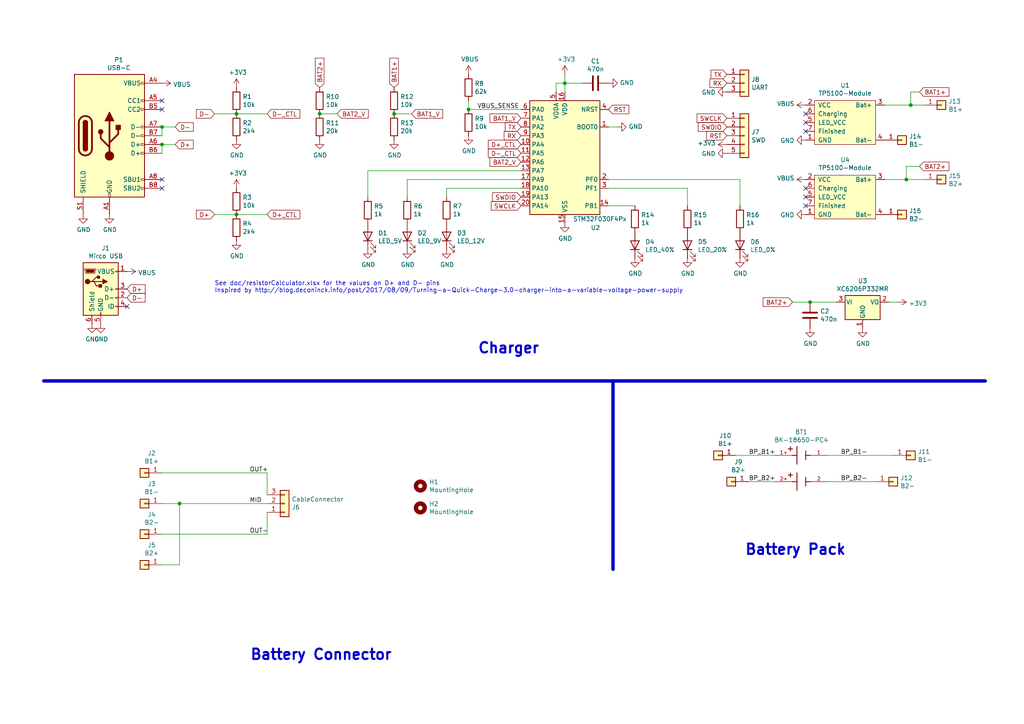
<source format=kicad_sch>
(kicad_sch (version 20250114) (generator "eeschema") (generator_version "9.0")
  (paper "A4")
  (lib_symbols
    (symbol "Connector:USB_B_Micro" (pin_names (offset 1.016))
      (property "Reference" "J" (at -5.08 11.43 0))
      (property "Value" "USB_B_Micro" (at -5.08 8.89 0))
      (symbol "USB_B_Micro_0_1"
        (rectangle (start -5.08 -7.62) (end 5.08 7.62) (stroke (width 0.254)) (fill (type background)))
        (polyline (pts (xy -4.699 5.842) (xy -4.699 5.588) (xy -4.445 4.826) (xy -4.445 4.572) (xy -1.651 4.572) (xy -1.651 4.826) (xy -1.397 5.588) (xy -1.397 5.842) (xy -4.699 5.842)))
        (polyline (pts (xy -4.318 5.588) (xy -1.778 5.588) (xy -2.032 4.826) (xy -4.064 4.826) (xy -4.318 5.588)) (fill (type outline)))
        (circle (center -3.81 2.159) (radius 0.635) (stroke (width 0.254)) (fill (type outline)))
        (polyline (pts (xy -3.175 2.159) (xy -2.54 2.159) (xy -1.27 3.429) (xy -0.635 3.429)) (stroke (width 0.254)))
        (polyline (pts (xy -2.54 2.159) (xy -1.905 2.159) (xy -1.27 0.889) (xy 0 0.889)) (stroke (width 0.254)))
        (polyline (pts (xy -1.905 2.159) (xy 0.635 2.159)) (stroke (width 0.254)))
        (circle (center -0.635 3.429) (radius 0.381) (stroke (width 0.254)) (fill (type outline)))
        (rectangle (start -0.127 -7.62) (end 0.127 -6.858))
        (rectangle (start 0.254 1.27) (end -0.508 0.508) (stroke (width 0.254)) (fill (type outline)))
        (polyline (pts (xy 0.635 2.794) (xy 0.635 1.524) (xy 1.905 2.159) (xy 0.635 2.794)) (stroke (width 0.254)) (fill (type outline)))
        (rectangle (start 5.08 4.953) (end 4.318 5.207))
        (rectangle (start 5.08 -0.127) (end 4.318 0.127))
        (rectangle (start 5.08 -2.667) (end 4.318 -2.413))
        (rectangle (start 5.08 -5.207) (end 4.318 -4.953))
      )
      (symbol "USB_B_Micro_1_1"
        (pin passive line (at -2.54 -10.16 90) (length 2.54) (name "Shield") (number "6"))
        (pin power_out line (at 0 -10.16 90) (length 2.54) (name "GND") (number "5"))
        (pin power_out line (at 7.62 5.08 180) (length 2.54) (name "VBUS") (number "1"))
        (pin bidirectional line (at 7.62 0 180) (length 2.54) (name "D+") (number "3"))
        (pin bidirectional line (at 7.62 -2.54 180) (length 2.54) (name "D-") (number "2"))
        (pin passive line (at 7.62 -5.08 180) (length 2.54) (name "ID") (number "4"))
      )
    )
    (symbol "Connector:USB_C_Receptacle_USB2.0" (pin_names (offset 1.016))
      (property "Reference" "J" (at -10.16 19.05 0))
      (property "Value" "USB_C_Receptacle_USB2.0" (at 19.05 19.05 0))
      (symbol "USB_C_Receptacle_USB2.0_0_0"
        (rectangle (start -0.254 -17.78) (end 0.254 -16.764))
        (rectangle (start 10.16 15.494) (end 9.144 14.986))
        (rectangle (start 10.16 10.414) (end 9.144 9.906))
        (rectangle (start 10.16 7.874) (end 9.144 7.366))
        (rectangle (start 10.16 2.794) (end 9.144 2.286))
        (rectangle (start 10.16 0.254) (end 9.144 -0.254))
        (rectangle (start 10.16 -2.286) (end 9.144 -2.794))
        (rectangle (start 10.16 -4.826) (end 9.144 -5.334))
        (rectangle (start 10.16 -12.446) (end 9.144 -12.954))
        (rectangle (start 10.16 -14.986) (end 9.144 -15.494))
      )
      (symbol "USB_C_Receptacle_USB2.0_0_1"
        (rectangle (start -10.16 17.78) (end 10.16 -17.78) (stroke (width 0.254)) (fill (type background)))
        (polyline (pts (xy -8.89 -3.81) (xy -8.89 3.81)) (stroke (width 0.508)))
        (rectangle (start -7.62 -3.81) (end -6.35 3.81) (stroke (width 0.254)) (fill (type outline)))
        (arc (start -7.62 3.81) (mid -6.985 4.4423) (end -6.35 3.81) (stroke (width 0.254)))
        (arc (start -7.62 3.81) (mid -6.985 4.4423) (end -6.35 3.81) (stroke (width 0.254)) (fill (type outline)))
        (arc (start -8.89 3.81) (mid -6.985 5.7067) (end -5.08 3.81) (stroke (width 0.508)))
        (arc (start -5.08 -3.81) (mid -6.985 -5.7067) (end -8.89 -3.81) (stroke (width 0.508)))
        (arc (start -6.35 -3.81) (mid -6.985 -4.4423) (end -7.62 -3.81) (stroke (width 0.254)))
        (arc (start -6.35 -3.81) (mid -6.985 -4.4423) (end -7.62 -3.81) (stroke (width 0.254)) (fill (type outline)))
        (polyline (pts (xy -5.08 3.81) (xy -5.08 -3.81)) (stroke (width 0.508)))
        (circle (center -2.54 1.143) (radius 0.635) (stroke (width 0.254)) (fill (type outline)))
        (polyline (pts (xy -1.27 4.318) (xy 0 6.858) (xy 1.27 4.318) (xy -1.27 4.318)) (stroke (width 0.254)) (fill (type outline)))
        (polyline (pts (xy 0 -2.032) (xy 2.54 0.508) (xy 2.54 1.778)) (stroke (width 0.508)))
        (polyline (pts (xy 0 -3.302) (xy -2.54 -0.762) (xy -2.54 0.508)) (stroke (width 0.508)))
        (polyline (pts (xy 0 -5.842) (xy 0 4.318)) (stroke (width 0.508)))
        (circle (center 0 -5.842) (radius 1.27) (fill (type outline)))
        (rectangle (start 1.905 1.778) (end 3.175 3.048) (stroke (width 0.254)) (fill (type outline)))
      )
      (symbol "USB_C_Receptacle_USB2.0_1_1"
        (pin passive line (at -7.62 -22.86 90) (length 5.08) (name "SHIELD") (number "S1"))
        (pin passive line (at 0 -22.86 90) (length 5.08) (name "GND") (number "A1"))
        (pin passive line (at 0 -22.86 90) (length 5.08) (hide yes) (name "GND") (number "A12"))
        (pin passive line (at 0 -22.86 90) (length 5.08) (hide yes) (name "GND") (number "B1"))
        (pin passive line (at 0 -22.86 90) (length 5.08) (hide yes) (name "GND") (number "B12"))
        (pin passive line (at 15.24 15.24 180) (length 5.08) (name "VBUS") (number "A4"))
        (pin passive line (at 15.24 15.24 180) (length 5.08) (hide yes) (name "VBUS") (number "A9"))
        (pin passive line (at 15.24 15.24 180) (length 5.08) (hide yes) (name "VBUS") (number "B4"))
        (pin passive line (at 15.24 15.24 180) (length 5.08) (hide yes) (name "VBUS") (number "B9"))
        (pin bidirectional line (at 15.24 10.16 180) (length 5.08) (name "CC1") (number "A5"))
        (pin bidirectional line (at 15.24 7.62 180) (length 5.08) (name "CC2") (number "B5"))
        (pin bidirectional line (at 15.24 2.54 180) (length 5.08) (name "D-") (number "A7"))
        (pin bidirectional line (at 15.24 0 180) (length 5.08) (name "D-") (number "B7"))
        (pin bidirectional line (at 15.24 -2.54 180) (length 5.08) (name "D+") (number "A6"))
        (pin bidirectional line (at 15.24 -5.08 180) (length 5.08) (name "D+") (number "B6"))
        (pin bidirectional line (at 15.24 -12.7 180) (length 5.08) (name "SBU1") (number "A8"))
        (pin bidirectional line (at 15.24 -15.24 180) (length 5.08) (name "SBU2") (number "B8"))
      )
    )
    (symbol "Connector_Generic:Conn_01x01" (pin_names (offset 1.016) (hide yes))
      (property "Reference" "J" (at 0 2.54 0))
      (property "Value" "Conn_01x01" (at 0 -2.54 0))
      (symbol "Conn_01x01_1_1"
        (rectangle (start -1.27 1.27) (end 1.27 -1.27) (stroke (width 0.254)) (fill (type background)))
        (rectangle (start -1.27 0.127) (end 0 -0.127) (stroke (width 0.1524)))
        (pin passive line (at -5.08 0 0) (length 3.81) (name "Pin_1") (number "1"))
      )
    )
    (symbol "Connector_Generic:Conn_01x03" (pin_names (offset 1.016) (hide yes))
      (property "Reference" "J" (at 0 5.08 0))
      (property "Value" "Conn_01x03" (at 0 -5.08 0))
      (symbol "Conn_01x03_1_1"
        (rectangle (start -1.27 3.81) (end 1.27 -3.81) (stroke (width 0.254)) (fill (type background)))
        (rectangle (start -1.27 2.667) (end 0 2.413) (stroke (width 0.1524)))
        (rectangle (start -1.27 0.127) (end 0 -0.127) (stroke (width 0.1524)))
        (rectangle (start -1.27 -2.413) (end 0 -2.667) (stroke (width 0.1524)))
        (pin passive line (at -5.08 2.54 0) (length 3.81) (name "Pin_1") (number "1"))
        (pin passive line (at -5.08 0 0) (length 3.81) (name "Pin_2") (number "2"))
        (pin passive line (at -5.08 -2.54 0) (length 3.81) (name "Pin_3") (number "3"))
      )
    )
    (symbol "Connector_Generic:Conn_01x05" (pin_names (offset 1.016) (hide yes))
      (property "Reference" "J" (at 0 7.62 0))
      (property "Value" "Conn_01x05" (at 0 -7.62 0))
      (symbol "Conn_01x05_1_1"
        (rectangle (start -1.27 6.35) (end 1.27 -6.35) (stroke (width 0.254)) (fill (type background)))
        (rectangle (start -1.27 5.207) (end 0 4.953) (stroke (width 0.1524)))
        (rectangle (start -1.27 2.667) (end 0 2.413) (stroke (width 0.1524)))
        (rectangle (start -1.27 0.127) (end 0 -0.127) (stroke (width 0.1524)))
        (rectangle (start -1.27 -2.413) (end 0 -2.667) (stroke (width 0.1524)))
        (rectangle (start -1.27 -4.953) (end 0 -5.207) (stroke (width 0.1524)))
        (pin passive line (at -5.08 5.08 0) (length 3.81) (name "Pin_1") (number "1"))
        (pin passive line (at -5.08 2.54 0) (length 3.81) (name "Pin_2") (number "2"))
        (pin passive line (at -5.08 0 0) (length 3.81) (name "Pin_3") (number "3"))
        (pin passive line (at -5.08 -2.54 0) (length 3.81) (name "Pin_4") (number "4"))
        (pin passive line (at -5.08 -5.08 0) (length 3.81) (name "Pin_5") (number "5"))
      )
    )
    (symbol "Device:C" (pin_numbers (hide yes)) (pin_names (offset 0.254))
      (property "Reference" "C" (at 0.635 2.54 0))
      (property "Value" "C" (at 0.635 -2.54 0))
      (symbol "C_0_1"
        (polyline (pts (xy -2.032 0.762) (xy 2.032 0.762)) (stroke (width 0.508)))
        (polyline (pts (xy -2.032 -0.762) (xy 2.032 -0.762)) (stroke (width 0.508)))
      )
      (symbol "C_1_1"
        (pin passive line (at 0 3.81 270) (length 2.794) (name "~") (number "1"))
        (pin passive line (at 0 -3.81 90) (length 2.794) (name "~") (number "2"))
      )
    )
    (symbol "Device:LED" (pin_numbers (hide yes)) (pin_names (offset 1.016) (hide yes))
      (property "Reference" "D" (at 0 2.54 0))
      (property "Value" "LED" (at 0 -2.54 0))
      (symbol "LED_0_1"
        (polyline (pts (xy -3.048 -0.762) (xy -4.572 -2.286) (xy -3.81 -2.286) (xy -4.572 -2.286) (xy -4.572 -1.524)))
        (polyline (pts (xy -1.778 -0.762) (xy -3.302 -2.286) (xy -2.54 -2.286) (xy -3.302 -2.286) (xy -3.302 -1.524)))
        (polyline (pts (xy -1.27 0) (xy 1.27 0)))
        (polyline (pts (xy -1.27 -1.27) (xy -1.27 1.27)) (stroke (width 0.254)))
        (polyline (pts (xy 1.27 -1.27) (xy 1.27 1.27) (xy -1.27 0) (xy 1.27 -1.27)) (stroke (width 0.254)))
      )
      (symbol "LED_1_1"
        (pin passive line (at -3.81 0 0) (length 2.54) (name "K") (number "1"))
        (pin passive line (at 3.81 0 180) (length 2.54) (name "A") (number "2"))
      )
    )
    (symbol "Device:R" (pin_numbers (hide yes)) (pin_names (offset 0))
      (property "Reference" "R" (at 2.032 0 90))
      (property "Value" "R" (at 0 0 90))
      (symbol "R_0_1"
        (rectangle (start -1.016 -2.54) (end 1.016 2.54) (stroke (width 0.254)))
      )
      (symbol "R_1_1"
        (pin passive line (at 0 3.81 270) (length 1.27) (name "~") (number "1"))
        (pin passive line (at 0 -3.81 90) (length 1.27) (name "~") (number "2"))
      )
    )
    (symbol "MCU_ST_STM32F0:STM32F030F4Px"
      (property "Reference" "U" (at -10.16 16.51 0))
      (property "Value" "STM32F030F4Px" (at 5.08 16.51 0))
      (symbol "STM32F030F4Px_0_1"
        (rectangle (start -10.16 -17.78) (end 10.16 15.24) (stroke (width 0.254)) (fill (type background)))
      )
      (symbol "STM32F030F4Px_1_1"
        (pin input line (at -12.7 12.7 0) (length 2.54) (name "NRST") (number "4"))
        (pin input line (at -12.7 7.62 0) (length 2.54) (name "BOOT0") (number "1"))
        (pin input line (at -12.7 -7.62 0) (length 2.54) (name "PF0") (number "2"))
        (pin input line (at -12.7 -10.16 0) (length 2.54) (name "PF1") (number "3"))
        (pin bidirectional line (at -12.7 -15.24 0) (length 2.54) (name "PB1") (number "14"))
        (pin power_in line (at 0 17.78 270) (length 2.54) (name "VDD") (number "16"))
        (pin power_in line (at 0 -20.32 90) (length 2.54) (name "VSS") (number "15"))
        (pin power_in line (at 2.54 17.78 270) (length 2.54) (name "VDDA") (number "5"))
        (pin bidirectional line (at 12.7 12.7 180) (length 2.54) (name "PA0") (number "6"))
        (pin bidirectional line (at 12.7 10.16 180) (length 2.54) (name "PA1") (number "7"))
        (pin bidirectional line (at 12.7 7.62 180) (length 2.54) (name "PA2") (number "8"))
        (pin bidirectional line (at 12.7 5.08 180) (length 2.54) (name "PA3") (number "9"))
        (pin bidirectional line (at 12.7 2.54 180) (length 2.54) (name "PA4") (number "10"))
        (pin bidirectional line (at 12.7 0 180) (length 2.54) (name "PA5") (number "11"))
        (pin bidirectional line (at 12.7 -2.54 180) (length 2.54) (name "PA6") (number "12"))
        (pin bidirectional line (at 12.7 -5.08 180) (length 2.54) (name "PA7") (number "13"))
        (pin bidirectional line (at 12.7 -7.62 180) (length 2.54) (name "PA9") (number "17"))
        (pin bidirectional line (at 12.7 -10.16 180) (length 2.54) (name "PA10") (number "18"))
        (pin bidirectional line (at 12.7 -12.7 180) (length 2.54) (name "PA13") (number "19"))
        (pin bidirectional line (at 12.7 -15.24 180) (length 2.54) (name "PA14") (number "20"))
      )
    )
    (symbol "Mechanical:MountingHole" (pin_names (offset 1.016))
      (property "Reference" "H" (at 0 5.08 0))
      (property "Value" "MountingHole" (at 0 3.175 0))
      (symbol "MountingHole_0_1"
        (circle (center 0 0) (radius 1.27) (stroke (width 1.27)))
      )
    )
    (symbol "Regulator_Linear:XC6206PxxxMR" (pin_names (offset 0.254))
      (property "Reference" "U" (at -3.81 3.175 0))
      (property "Value" "XC6206PxxxMR" (at 0 3.175 0))
      (symbol "XC6206PxxxMR_0_1"
        (rectangle (start -5.08 1.905) (end 5.08 -5.08) (stroke (width 0.254)) (fill (type background)))
      )
      (symbol "XC6206PxxxMR_1_1"
        (pin power_in line (at -7.62 0 0) (length 2.54) (name "VI") (number "3"))
        (pin power_in line (at 0 -7.62 90) (length 2.54) (name "GND") (number "1"))
        (pin power_out line (at 7.62 0 180) (length 2.54) (name "VO") (number "2"))
      )
    )
    (symbol "batteryPack:BK-18650-PC4" (pin_names (offset 1.016) (hide yes))
      (property "Reference" "BT" (at -3.81 6.35 0))
      (property "Value" "BK-18650-PC4" (at -3.81 -10.16 0))
      (symbol "BK-18650-PC4_0_0"
        (polyline (pts (xy -3.81 4.445) (xy -2.54 4.445)) (stroke (width 0.254)))
        (polyline (pts (xy -3.81 -3.175) (xy -2.54 -3.175)) (stroke (width 0.254)))
        (polyline (pts (xy -3.175 5.08) (xy -3.175 3.81)) (stroke (width 0.254)))
        (polyline (pts (xy -3.175 -2.54) (xy -3.175 -3.81)) (stroke (width 0.254)))
        (polyline (pts (xy -1.27 5.08) (xy -1.27 2.54)) (stroke (width 0.254)))
        (polyline (pts (xy -1.27 2.54) (xy -2.54 2.54)) (stroke (width 0.254)))
        (polyline (pts (xy -1.27 2.54) (xy -1.27 0)) (stroke (width 0.254)))
        (polyline (pts (xy -1.27 -2.54) (xy -1.27 -5.08)) (stroke (width 0.254)))
        (polyline (pts (xy -1.27 -5.08) (xy -2.54 -5.08)) (stroke (width 0.254)))
        (polyline (pts (xy -1.27 -5.08) (xy -1.27 -7.62)) (stroke (width 0.254)))
        (polyline (pts (xy 1.27 3.81) (xy 1.27 2.54)) (stroke (width 0.254)))
        (polyline (pts (xy 1.27 2.54) (xy 1.27 1.27)) (stroke (width 0.254)))
        (polyline (pts (xy 1.27 2.54) (xy 2.54 2.54)) (stroke (width 0.254)))
        (polyline (pts (xy 1.27 -3.81) (xy 1.27 -5.08)) (stroke (width 0.254)))
        (polyline (pts (xy 1.27 -5.08) (xy 1.27 -6.35)) (stroke (width 0.254)))
        (polyline (pts (xy 1.27 -5.08) (xy 2.54 -5.08)) (stroke (width 0.254)))
        (pin passive line (at -7.62 2.54 0) (length 5.08) (name "1+") (number "1+"))
        (pin passive line (at -7.62 -5.08 0) (length 5.08) (name "2+") (number "2+"))
        (pin passive line (at 7.62 2.54 180) (length 5.08) (name "1-") (number "1"))
        (pin passive line (at 7.62 -5.08 180) (length 5.08) (name "2-") (number "2"))
      )
    )
    (symbol "batteryPack:TP5100-Module" (pin_names (offset 1.016))
      (property "Reference" "U" (at 0 7.62 0))
      (property "Value" "TP5100-Module" (at 0 -7.62 0))
      (symbol "TP5100-Module_0_1"
        (rectangle (start 8.89 6.35) (end -8.89 -6.35) (fill (type background)))
      )
      (symbol "TP5100-Module_1_0"
        (pin power_out line (at 11.43 -5.08 180) (length 2.54) (name "Bat-") (number "4"))
      )
      (symbol "TP5100-Module_1_1"
        (pin power_in line (at -11.43 5.08 0) (length 2.54) (name "VCC") (number "2"))
        (pin open_collector line (at -11.43 2.54 0) (length 2.54) (name "Charging") (number "6"))
        (pin output line (at -11.43 0 0) (length 2.54) (name "LED_VCC") (number "5"))
        (pin open_collector line (at -11.43 -2.54 0) (length 2.54) (name "Finished") (number "7"))
        (pin power_in line (at -11.43 -5.08 0) (length 2.54) (name "GND") (number "1"))
        (pin power_out line (at 11.43 5.08 180) (length 2.54) (name "Bat+") (number "3"))
      )
    )
    (symbol "power:+3V3" (power) (pin_names (offset 0))
      (property "Value" "+3V3" (at 0 3.556 0))
      (symbol "+3V3_0_1"
        (polyline (pts (xy -0.762 1.27) (xy 0 2.54)))
        (polyline (pts (xy 0 2.54) (xy 0.762 1.27)))
        (polyline (pts (xy 0 0) (xy 0 2.54)))
      )
      (symbol "+3V3_1_1"
        (pin power_in line (at 0 0 90) (length 0) (hide yes) (name "+3V3") (number "1"))
      )
    )
    (symbol "power:GND" (power) (pin_names (offset 0))
      (property "Value" "GND" (at 0 -3.81 0))
      (symbol "GND_0_1"
        (polyline (pts (xy 0 0) (xy 0 -1.27) (xy 1.27 -1.27) (xy 0 -2.54) (xy -1.27 -1.27) (xy 0 -1.27)))
      )
      (symbol "GND_1_1"
        (pin power_in line (at 0 0 270) (length 0) (hide yes) (name "GND") (number "1"))
      )
    )
    (symbol "power:VBUS" (power) (pin_names (offset 0))
      (property "Value" "VBUS" (at 0 3.81 0))
      (symbol "VBUS_0_1"
        (polyline (pts (xy -0.762 1.27) (xy 0 2.54)))
        (polyline (pts (xy 0 2.54) (xy 0.762 1.27)))
        (polyline (pts (xy 0 0) (xy 0 2.54)))
      )
      (symbol "VBUS_1_1"
        (pin power_in line (at 0 0 90) (length 0) (hide yes) (name "VBUS") (number "1"))
      )
    )
  )
  (text "See doc/resistorCalculator.xlsx for the values on D+ and D- pins\nInspired by http://blog.deconinck.info/post/2017/08/09/Turning-a-Quick-Charge-3.0-charger-into-a-variable-voltage-power-supply" (at 62.23 85.09 0) (effects (font (size 1.27 1.27)) (justify left bottom)))
  (text "Battery Pack" (at 215.9 161.29 0) (effects (font (size 2.9972 2.9972) (thickness 0.5994) (bold yes)) (justify left bottom)))
  (text "Charger" (at 138.43 102.87 0) (effects (font (size 2.9972 2.9972) (thickness 0.5994) (bold yes)) (justify left bottom)))
  (text "Battery Connector" (at 72.39 191.77 0) (effects (font (size 2.9972 2.9972) (thickness 0.5994) (bold yes)) (justify left bottom)))
  (junction (at 114.3 33.02))
  (junction (at 262.89 52.07))
  (junction (at 234.95 87.63))
  (junction (at 46.99 36.83))
  (junction (at 92.71 33.02))
  (junction (at 46.99 41.91))
  (junction (at 52.07 146.05))
  (junction (at 68.58 62.23))
  (junction (at 68.58 33.02))
  (junction (at 163.83 24.13))
  (junction (at 264.16 30.48))
  (junction (at 135.89 31.75))
  (no_connect (at 46.99 52.07))
  (no_connect (at 233.68 35.56))
  (no_connect (at 233.68 38.1))
  (no_connect (at 233.68 33.02))
  (no_connect (at 233.68 54.61))
  (no_connect (at 46.99 54.61))
  (no_connect (at 46.99 31.75))
  (no_connect (at 46.99 29.21))
  (no_connect (at 233.68 59.69))
  (no_connect (at 233.68 57.15))
  (no_connect (at 36.83 88.9))
  (wire (pts (xy 266.7 48.26) (xy 262.89 48.26)))
  (wire (pts (xy 163.83 26.67) (xy 163.83 24.13)))
  (wire (pts (xy 106.68 49.53) (xy 106.68 57.15)))
  (wire (pts (xy 176.53 52.07) (xy 214.63 52.07)))
  (wire (pts (xy 151.13 49.53) (xy 106.68 49.53)))
  (wire (pts (xy 151.13 52.07) (xy 118.11 52.07)))
  (wire (pts (xy 46.99 154.94) (xy 77.47 154.94)))
  (wire (pts (xy 46.99 44.45) (xy 46.99 41.91)))
  (wire (pts (xy 46.99 39.37) (xy 46.99 36.83)))
  (wire (pts (xy 199.39 54.61) (xy 199.39 59.69)))
  (wire (pts (xy 163.83 21.59) (xy 163.83 24.13)))
  (wire (pts (xy 267.97 30.48) (xy 264.16 30.48)))
  (wire (pts (xy 262.89 48.26) (xy 262.89 52.07)))
  (wire (pts (xy 46.99 146.05) (xy 52.07 146.05)))
  (wire (pts (xy 163.83 24.13) (xy 161.29 24.13)))
  (wire (pts (xy 234.95 87.63) (xy 229.87 87.63)))
  (wire (pts (xy 224.79 139.7) (xy 217.17 139.7)))
  (wire (pts (xy 119.38 33.02) (xy 114.3 33.02)))
  (wire (pts (xy 118.11 52.07) (xy 118.11 57.15)))
  (wire (pts (xy 184.15 59.69) (xy 176.53 59.69)))
  (wire (pts (xy 97.79 33.02) (xy 92.71 33.02)))
  (wire (pts (xy 77.47 148.59) (xy 77.47 154.94)))
  (wire (pts (xy 77.47 146.05) (xy 52.07 146.05)))
  (wire (pts (xy 224.79 132.08) (xy 213.36 132.08)))
  (wire (pts (xy 68.58 62.23) (xy 77.47 62.23)))
  (wire (pts (xy 262.89 52.07) (xy 256.54 52.07)))
  (wire (pts (xy 242.57 87.63) (xy 234.95 87.63)))
  (wire (pts (xy 50.8 41.91) (xy 46.99 41.91)))
  (wire (pts (xy 214.63 52.07) (xy 214.63 59.69)))
  (wire (pts (xy 259.08 132.08) (xy 240.03 132.08)))
  (wire (pts (xy 77.47 137.16) (xy 77.47 143.51)))
  (wire (pts (xy 68.58 33.02) (xy 77.47 33.02)))
  (polyline (pts (xy 177.8 165.1) (xy 177.8 110.49)) (stroke (width 0.9906)))
  (wire (pts (xy 52.07 163.83) (xy 46.99 163.83)))
  (polyline (pts (xy 12.7 110.49) (xy 285.75 110.49)) (stroke (width 0.9906)))
  (wire (pts (xy 260.35 87.63) (xy 257.81 87.63)))
  (wire (pts (xy 264.16 26.67) (xy 264.16 30.48)))
  (wire (pts (xy 161.29 24.13) (xy 161.29 26.67)))
  (wire (pts (xy 135.89 31.75) (xy 151.13 31.75)))
  (wire (pts (xy 267.97 52.07) (xy 262.89 52.07)))
  (wire (pts (xy 168.91 24.13) (xy 163.83 24.13)))
  (wire (pts (xy 254 139.7) (xy 240.03 139.7)))
  (wire (pts (xy 179.07 36.83) (xy 176.53 36.83)))
  (wire (pts (xy 50.8 36.83) (xy 46.99 36.83)))
  (wire (pts (xy 266.7 26.67) (xy 264.16 26.67)))
  (wire (pts (xy 135.89 29.21) (xy 135.89 31.75)))
  (wire (pts (xy 52.07 146.05) (xy 52.07 163.83)))
  (wire (pts (xy 129.54 54.61) (xy 129.54 57.15)))
  (wire (pts (xy 151.13 54.61) (xy 129.54 54.61)))
  (wire (pts (xy 68.58 62.23) (xy 62.23 62.23)))
  (wire (pts (xy 264.16 30.48) (xy 256.54 30.48)))
  (wire (pts (xy 46.99 137.16) (xy 77.47 137.16)))
  (wire (pts (xy 176.53 54.61) (xy 199.39 54.61)))
  (wire (pts (xy 68.58 33.02) (xy 62.23 33.02)))
  (label "MID" (at 72.39 146.05 0))
  (label "OUT-" (at 72.39 154.94 0))
  (label "OUT+" (at 72.39 137.16 0))
  (label "BP_B1-" (at 243.84 132.08 0))
  (label "BP_B1+" (at 217.17 132.08 0))
  (label "BP_B2+" (at 217.17 139.7 0))
  (label "BP_B2-" (at 243.84 139.7 0))
  (label "VBUS_SENSE" (at 138.43 31.75 0))
  (global_label "BAT2+" (shape input) (at 92.71 25.4 90) (property "Intersheetrefs" "${INTERSHEET_REFS}" (effects (hide yes))) (property "Referencias entre hojas" "${INTERSHEET_REFS}" (effects (hide yes))))
  (global_label "D-" (shape input) (at 62.23 33.02 180) (property "Intersheetrefs" "${INTERSHEET_REFS}" (effects (hide yes))) (property "Referencias entre hojas" "${INTERSHEET_REFS}" (effects (hide yes))))
  (global_label "D-" (shape input) (at 36.83 86.36 0) (property "Intersheetrefs" "${INTERSHEET_REFS}" (effects (hide yes))) (property "Referencias entre hojas" "${INTERSHEET_REFS}" (effects (hide yes))))
  (global_label "D-_CTL" (shape input) (at 77.47 33.02 0) (property "Intersheetrefs" "${INTERSHEET_REFS}" (effects (hide yes))) (property "Referencias entre hojas" "${INTERSHEET_REFS}" (effects (hide yes))))
  (global_label "BAT2+" (shape input) (at 266.7 48.26 0) (property "Intersheetrefs" "${INTERSHEET_REFS}" (effects (hide yes))) (property "Referencias entre hojas" "${INTERSHEET_REFS}" (effects (hide yes))))
  (global_label "BAT2_V" (shape input) (at 97.79 33.02 0) (property "Intersheetrefs" "${INTERSHEET_REFS}" (effects (hide yes))) (property "Referencias entre hojas" "${INTERSHEET_REFS}" (effects (hide yes))))
  (global_label "D+" (shape input) (at 62.23 62.23 180) (property "Intersheetrefs" "${INTERSHEET_REFS}" (effects (hide yes))) (property "Referencias entre hojas" "${INTERSHEET_REFS}" (effects (hide yes))))
  (global_label "D+" (shape input) (at 36.83 83.82 0) (property "Intersheetrefs" "${INTERSHEET_REFS}" (effects (hide yes))) (property "Referencias entre hojas" "${INTERSHEET_REFS}" (effects (hide yes))))
  (global_label "SWCLK" (shape input) (at 151.13 59.69 180) (property "Intersheetrefs" "${INTERSHEET_REFS}" (effects (hide yes))) (property "Referencias entre hojas" "${INTERSHEET_REFS}" (effects (hide yes))))
  (global_label "SWDIO" (shape input) (at 210.82 36.83 180) (property "Intersheetrefs" "${INTERSHEET_REFS}" (effects (hide yes))) (property "Referencias entre hojas" "${INTERSHEET_REFS}" (effects (hide yes))))
  (global_label "SWCLK" (shape input) (at 210.82 34.29 180) (property "Intersheetrefs" "${INTERSHEET_REFS}" (effects (hide yes))) (property "Referencias entre hojas" "${INTERSHEET_REFS}" (effects (hide yes))))
  (global_label "BAT2_V" (shape input) (at 151.13 46.99 180) (property "Intersheetrefs" "${INTERSHEET_REFS}" (effects (hide yes))) (property "Referencias entre hojas" "${INTERSHEET_REFS}" (effects (hide yes))))
  (global_label "D+_CTL" (shape input) (at 77.47 62.23 0) (property "Intersheetrefs" "${INTERSHEET_REFS}" (effects (hide yes))) (property "Referencias entre hojas" "${INTERSHEET_REFS}" (effects (hide yes))))
  (global_label "RX" (shape input) (at 151.13 39.37 180) (property "Intersheetrefs" "${INTERSHEET_REFS}" (effects (hide yes))) (property "Referencias entre hojas" "${INTERSHEET_REFS}" (effects (hide yes))))
  (global_label "BAT1_V" (shape input) (at 119.38 33.02 0) (property "Intersheetrefs" "${INTERSHEET_REFS}" (effects (hide yes))) (property "Referencias entre hojas" "${INTERSHEET_REFS}" (effects (hide yes))))
  (global_label "TX" (shape input) (at 151.13 36.83 180) (property "Intersheetrefs" "${INTERSHEET_REFS}" (effects (hide yes))) (property "Referencias entre hojas" "${INTERSHEET_REFS}" (effects (hide yes))))
  (global_label "TX" (shape input) (at 210.82 21.59 180) (property "Intersheetrefs" "${INTERSHEET_REFS}" (effects (hide yes))) (property "Referencias entre hojas" "${INTERSHEET_REFS}" (effects (hide yes))))
  (global_label "SWDIO" (shape input) (at 151.13 57.15 180) (property "Intersheetrefs" "${INTERSHEET_REFS}" (effects (hide yes))) (property "Referencias entre hojas" "${INTERSHEET_REFS}" (effects (hide yes))))
  (global_label "D+_CTL" (shape input) (at 151.13 41.91 180) (property "Intersheetrefs" "${INTERSHEET_REFS}" (effects (hide yes))) (property "Referencias entre hojas" "${INTERSHEET_REFS}" (effects (hide yes))))
  (global_label "BAT1+" (shape input) (at 114.3 25.4 90) (property "Intersheetrefs" "${INTERSHEET_REFS}" (effects (hide yes))) (property "Referencias entre hojas" "${INTERSHEET_REFS}" (effects (hide yes))))
  (global_label "RST" (shape input) (at 210.82 39.37 180) (property "Intersheetrefs" "${INTERSHEET_REFS}" (effects (hide yes))) (property "Referencias entre hojas" "${INTERSHEET_REFS}" (effects (hide yes))))
  (global_label "D-_CTL" (shape input) (at 151.13 44.45 180) (property "Intersheetrefs" "${INTERSHEET_REFS}" (effects (hide yes))) (property "Referencias entre hojas" "${INTERSHEET_REFS}" (effects (hide yes))))
  (global_label "BAT1_V" (shape input) (at 151.13 34.29 180) (property "Intersheetrefs" "${INTERSHEET_REFS}" (effects (hide yes))) (property "Referencias entre hojas" "${INTERSHEET_REFS}" (effects (hide yes))))
  (global_label "D-" (shape input) (at 50.8 36.83 0) (property "Intersheetrefs" "${INTERSHEET_REFS}" (effects (hide yes))) (property "Referencias entre hojas" "${INTERSHEET_REFS}" (effects (hide yes))))
  (global_label "BAT1+" (shape input) (at 266.7 26.67 0) (property "Intersheetrefs" "${INTERSHEET_REFS}" (effects (hide yes))) (property "Referencias entre hojas" "${INTERSHEET_REFS}" (effects (hide yes))))
  (global_label "D+" (shape input) (at 50.8 41.91 0) (property "Intersheetrefs" "${INTERSHEET_REFS}" (effects (hide yes))) (property "Referencias entre hojas" "${INTERSHEET_REFS}" (effects (hide yes))))
  (global_label "RST" (shape input) (at 176.53 31.75 0) (property "Intersheetrefs" "${INTERSHEET_REFS}" (effects (hide yes))) (property "Referencias entre hojas" "${INTERSHEET_REFS}" (effects (hide yes))))
  (global_label "BAT2+" (shape input) (at 229.87 87.63 180) (property "Intersheetrefs" "${INTERSHEET_REFS}" (effects (hide yes))) (property "Referencias entre hojas" "${INTERSHEET_REFS}" (effects (hide yes))))
  (global_label "RX" (shape input) (at 210.82 24.13 180) (property "Intersheetrefs" "${INTERSHEET_REFS}" (effects (hide yes))) (property "Referencias entre hojas" "${INTERSHEET_REFS}" (effects (hide yes))))
  (symbol (lib_id "batteryPack:BK-18650-PC4") (at 232.41 134.62 0) (unit 1)
    (property "Reference" "BT1" (at 232.41 125.2982 0))
    (property "Value" "BK-18650-PC4" (at 232.41 127.6096 0))
    (property "Footprint" "BAT_BK-18650-PC4" (effects (hide yes)))
    (property "Datasheet" "Manufacturer Recommendations" (effects (hide yes)))
    (property "Pole4" "21.54 mm" (effects (hide yes)))
    (property "Pole5" "K" (effects (hide yes)))
    (property "Pole6" "MPD" (effects (hide yes)))
  )
  (symbol (lib_id "batteryPack:TP5100-Module") (at 245.11 35.56 0) (unit 1)
    (property "Reference" "U1" (at 245.11 24.765 0))
    (property "Value" "TP5100-Module" (at 245.11 27.0764 0))
    (property "Footprint" "batteryPack:TP5100-Module" (effects (hide yes)))
  )
  (symbol (lib_id "Connector_Generic:Conn_01x01") (at 208.28 132.08 180) (unit 1)
    (property "Reference" "J10" (at 210.3628 126.365 0))
    (property "Value" "B1+" (at 210.3628 128.6764 0))
    (property "Footprint" "batteryPack:2mm_Banana-Socket" (effects (hide yes)))
  )
  (symbol (lib_id "Connector_Generic:Conn_01x01") (at 212.09 139.7 180) (unit 1)
    (property "Reference" "J9" (at 214.1728 133.985 0))
    (property "Value" "B2+" (at 214.1728 136.2964 0))
    (property "Footprint" "batteryPack:2mm_Banana-Socket" (effects (hide yes)))
  )
  (symbol (lib_id "Connector_Generic:Conn_01x01") (at 264.16 132.08 0) (unit 1)
    (property "Reference" "J11" (at 266.192 131.0132 0) (effects (justify left)))
    (property "Value" "B1-" (at 266.192 133.3246 0) (effects (justify left)))
    (property "Footprint" "batteryPack:2mm_Banana-Socket" (effects (hide yes)))
  )
  (symbol (lib_id "Connector_Generic:Conn_01x01") (at 259.08 139.7 0) (unit 1)
    (property "Reference" "J12" (at 261.112 138.6332 0) (effects (justify left)))
    (property "Value" "B2-" (at 261.112 140.9446 0) (effects (justify left)))
    (property "Footprint" "batteryPack:2mm_Banana-Socket" (effects (hide yes)))
  )
  (symbol (lib_id "batteryPack:TP5100-Module") (at 245.11 57.15 0) (unit 1)
    (property "Reference" "U4" (at 245.11 46.355 0))
    (property "Value" "TP5100-Module" (at 245.11 48.6664 0))
    (property "Footprint" "batteryPack:TP5100-Module" (effects (hide yes)))
  )
  (symbol (lib_id "Connector:USB_C_Receptacle_USB2.0") (at 31.75 39.37 0) (unit 1)
    (property "Reference" "P1" (at 34.4678 17.3482 0))
    (property "Value" "USB-C" (at 34.4678 19.6596 0))
    (property "Footprint" "batteryPack:USB_C_Female-16Pin-HPJF" (effects (hide yes)))
    (property "Datasheet" "https://www.usb.org/sites/default/files/documents/usb_type-c.zip" (effects (hide yes)))
  )
  (symbol (lib_id "Connector_Generic:Conn_01x01") (at 273.05 30.48 0) (unit 1)
    (property "Reference" "J13" (at 275.082 29.4132 0) (effects (justify left)))
    (property "Value" "B1+" (at 275.082 31.7246 0) (effects (justify left)))
    (property "Footprint" "batteryPack:2mm_Banana-Plug" (effects (hide yes)))
  )
  (symbol (lib_id "Connector_Generic:Conn_01x01") (at 261.62 40.64 0) (unit 1)
    (property "Reference" "J14" (at 263.652 39.5732 0) (effects (justify left)))
    (property "Value" "B1-" (at 263.652 41.8846 0) (effects (justify left)))
    (property "Footprint" "batteryPack:2mm_Banana-Plug" (effects (hide yes)))
  )
  (symbol (lib_id "Connector_Generic:Conn_01x01") (at 273.05 52.07 0) (unit 1)
    (property "Reference" "J15" (at 275.082 51.0032 0) (effects (justify left)))
    (property "Value" "B2+" (at 275.082 53.3146 0) (effects (justify left)))
    (property "Footprint" "batteryPack:2mm_Banana-Plug" (effects (hide yes)))
  )
  (symbol (lib_id "Connector_Generic:Conn_01x01") (at 261.62 62.23 0) (unit 1)
    (property "Reference" "J16" (at 263.652 61.1632 0) (effects (justify left)))
    (property "Value" "B2-" (at 263.652 63.4746 0) (effects (justify left)))
    (property "Footprint" "batteryPack:2mm_Banana-Plug" (effects (hide yes)))
  )
  (symbol (lib_id "MCU_ST_STM32F0:STM32F030F4Px") (at 163.83 44.45 0) (mirror y) (unit 1)
    (property "Reference" "U2" (at 172.72 66.04 0))
    (property "Value" "STM32F030F4Px" (at 173.99 63.5 0))
    (property "Footprint" "Package_SO:TSSOP-20_4.4x6.5mm_P0.65mm" (effects (hide yes)))
    (property "Datasheet" "http://www.st.com/st-web-ui/static/active/en/resource/technical/document/datasheet/DM00088500.pdf" (effects (hide yes)))
  )
  (symbol (lib_id "power:GND") (at 31.75 62.23 0) (unit 1)
    (property "Reference" "#PWR0101" (effects (hide yes)))
    (property "Value" "GND" (at 31.877 66.6242 0))
  )
  (symbol (lib_id "power:GND") (at 233.68 62.23 270) (unit 1)
    (property "Reference" "#PWR0102" (effects (hide yes)))
    (property "Value" "GND" (at 230.4288 62.357 90) (effects (justify right)))
  )
  (symbol (lib_id "power:GND") (at 233.68 40.64 270) (unit 1)
    (property "Reference" "#PWR0103" (effects (hide yes)))
    (property "Value" "GND" (at 230.4288 40.767 90) (effects (justify right)))
  )
  (symbol (lib_id "power:VBUS") (at 233.68 30.48 90) (unit 1)
    (property "Reference" "#PWR0104" (effects (hide yes)))
    (property "Value" "VBUS" (at 230.4542 30.099 90) (effects (justify left)))
  )
  (symbol (lib_id "power:VBUS") (at 233.68 52.07 90) (unit 1)
    (property "Reference" "#PWR0105" (effects (hide yes)))
    (property "Value" "VBUS" (at 230.4542 51.689 90) (effects (justify left)))
  )
  (symbol (lib_id "power:VBUS") (at 46.99 24.13 270) (unit 1)
    (property "Reference" "#PWR0106" (effects (hide yes)))
    (property "Value" "VBUS" (at 50.2412 24.511 90) (effects (justify left)))
  )
  (symbol (lib_id "Connector:USB_B_Micro") (at 29.21 83.82 0) (unit 1)
    (property "Reference" "J1" (at 30.6578 71.9582 0))
    (property "Value" "Mirco USB" (at 30.6578 74.2696 0))
    (property "Footprint" "Connector_USB:USB_Micro-B_Wuerth_629105150521_CircularHoles" (effects (hide yes)))
  )
  (symbol (lib_id "power:GND") (at 24.13 62.23 0) (unit 1)
    (property "Reference" "#PWR0107" (effects (hide yes)))
    (property "Value" "GND" (at 24.257 66.6242 0))
  )
  (symbol (lib_id "power:GND") (at 29.21 93.98 0) (unit 1)
    (property "Reference" "#PWR0108" (effects (hide yes)))
    (property "Value" "GND" (at 29.337 98.3742 0))
  )
  (symbol (lib_id "power:GND") (at 26.67 93.98 0) (unit 1)
    (property "Reference" "#PWR0109" (effects (hide yes)))
    (property "Value" "GND" (at 26.797 98.3742 0))
  )
  (symbol (lib_id "power:VBUS") (at 36.83 78.74 270) (unit 1)
    (property "Reference" "#PWR0110" (effects (hide yes)))
    (property "Value" "VBUS" (at 40.0812 79.121 90) (effects (justify left)))
  )
  (symbol (lib_id "Connector_Generic:Conn_01x05") (at 215.9 39.37 0) (unit 1)
    (property "Reference" "J7" (at 217.932 38.3032 0) (effects (justify left)))
    (property "Value" "SWD" (at 217.932 40.6146 0) (effects (justify left)))
    (property "Footprint" "Connector_PinHeader_2.54mm:PinHeader_1x05_P2.54mm_Vertical" (effects (hide yes)))
  )
  (symbol (lib_id "Device:C") (at 172.72 24.13 270) (unit 1)
    (property "Reference" "C1" (at 172.72 17.7292 90))
    (property "Value" "470n" (at 172.72 20.0406 90))
    (property "Footprint" "Capacitor_SMD:C_0603_1608Metric_Pad1.05x0.95mm_HandSolder" (effects (hide yes)))
  )
  (symbol (lib_id "power:GND") (at 163.83 64.77 0) (unit 1)
    (property "Reference" "#PWR0111" (effects (hide yes)))
    (property "Value" "GND" (at 163.957 69.1642 0))
  )
  (symbol (lib_id "power:GND") (at 176.53 24.13 90) (unit 1)
    (property "Reference" "#PWR0112" (effects (hide yes)))
    (property "Value" "GND" (at 179.7812 24.003 90) (effects (justify right)))
  )
  (symbol (lib_id "power:GND") (at 179.07 36.83 90) (unit 1)
    (property "Reference" "#PWR0113" (effects (hide yes)))
    (property "Value" "GND" (at 182.3212 36.703 90) (effects (justify right)))
  )
  (symbol (lib_id "power:+3V3") (at 163.83 21.59 0) (unit 1)
    (property "Reference" "#PWR0114" (effects (hide yes)))
    (property "Value" "+3V3" (at 164.211 17.1958 0))
  )
  (symbol (lib_id "power:+3V3") (at 210.82 41.91 90) (unit 1)
    (property "Reference" "#PWR0115" (effects (hide yes)))
    (property "Value" "+3V3" (at 207.5688 41.529 90) (effects (justify left)))
  )
  (symbol (lib_id "power:GND") (at 210.82 44.45 270) (unit 1)
    (property "Reference" "#PWR0116" (effects (hide yes)))
    (property "Value" "GND" (at 207.5688 44.577 90) (effects (justify right)))
  )
  (symbol (lib_id "Connector_Generic:Conn_01x03") (at 215.9 24.13 0) (unit 1)
    (property "Reference" "J8" (at 217.932 23.0632 0) (effects (justify left)))
    (property "Value" "UART" (at 217.932 25.3746 0) (effects (justify left)))
    (property "Footprint" "Connector_PinHeader_2.54mm:PinHeader_1x03_P2.54mm_Vertical" (effects (hide yes)))
  )
  (symbol (lib_id "power:GND") (at 210.82 26.67 270) (unit 1)
    (property "Reference" "#PWR0117" (effects (hide yes)))
    (property "Value" "GND" (at 207.5688 26.797 90) (effects (justify right)))
  )
  (symbol (lib_id "Device:R") (at 135.89 25.4 0) (unit 1)
    (property "Reference" "R8" (at 137.668 24.2316 0) (effects (justify left)))
    (property "Value" "62k" (at 137.668 26.543 0) (effects (justify left)))
    (property "Footprint" "Resistor_SMD:R_0603_1608Metric_Pad1.05x0.95mm_HandSolder" (effects (hide yes)))
  )
  (symbol (lib_id "Device:R") (at 135.89 35.56 0) (unit 1)
    (property "Reference" "R9" (at 137.668 34.3916 0) (effects (justify left)))
    (property "Value" "10k" (at 137.668 36.703 0) (effects (justify left)))
    (property "Footprint" "Resistor_SMD:R_0603_1608Metric_Pad1.05x0.95mm_HandSolder" (effects (hide yes)))
  )
  (symbol (lib_id "power:VBUS") (at 135.89 21.59 0) (unit 1)
    (property "Reference" "#PWR0118" (effects (hide yes)))
    (property "Value" "VBUS" (at 136.271 17.1958 0))
  )
  (symbol (lib_id "power:GND") (at 135.89 39.37 0) (unit 1)
    (property "Reference" "#PWR0119" (effects (hide yes)))
    (property "Value" "GND" (at 136.017 43.7642 0))
  )
  (symbol (lib_id "Device:LED") (at 106.68 68.58 90) (unit 1)
    (property "Reference" "D1" (at 109.6772 67.5894 90) (effects (justify right)))
    (property "Value" "LED_5V" (at 109.6772 69.9008 90) (effects (justify right)))
    (property "Footprint" "LED_SMD:LED_0603_1608Metric_Pad1.05x0.95mm_HandSolder" (effects (hide yes)))
  )
  (symbol (lib_id "Device:LED") (at 118.11 68.58 90) (unit 1)
    (property "Reference" "D2" (at 121.1072 67.5894 90) (effects (justify right)))
    (property "Value" "LED_9V" (at 121.1072 69.9008 90) (effects (justify right)))
    (property "Footprint" "LED_SMD:LED_0603_1608Metric_Pad1.05x0.95mm_HandSolder" (effects (hide yes)))
  )
  (symbol (lib_id "Device:LED") (at 129.54 68.58 90) (unit 1)
    (property "Reference" "D3" (at 132.5372 67.5894 90) (effects (justify right)))
    (property "Value" "LED_12V" (at 132.5372 69.9008 90) (effects (justify right)))
    (property "Footprint" "LED_SMD:LED_0603_1608Metric_Pad1.05x0.95mm_HandSolder" (effects (hide yes)))
  )
  (symbol (lib_id "power:GND") (at 106.68 72.39 0) (unit 1)
    (property "Reference" "#PWR0120" (effects (hide yes)))
    (property "Value" "GND" (at 106.807 76.7842 0))
  )
  (symbol (lib_id "power:GND") (at 118.11 72.39 0) (unit 1)
    (property "Reference" "#PWR0121" (effects (hide yes)))
    (property "Value" "GND" (at 118.237 76.7842 0))
  )
  (symbol (lib_id "power:GND") (at 129.54 72.39 0) (unit 1)
    (property "Reference" "#PWR0122" (effects (hide yes)))
    (property "Value" "GND" (at 129.667 76.7842 0))
  )
  (symbol (lib_id "Device:R") (at 106.68 60.96 0) (unit 1)
    (property "Reference" "R5" (at 108.458 59.7916 0) (effects (justify left)))
    (property "Value" "1k" (at 108.458 62.103 0) (effects (justify left)))
    (property "Footprint" "Resistor_SMD:R_0603_1608Metric_Pad1.05x0.95mm_HandSolder" (effects (hide yes)))
  )
  (symbol (lib_id "Device:R") (at 118.11 60.96 0) (unit 1)
    (property "Reference" "R6" (at 119.888 59.7916 0) (effects (justify left)))
    (property "Value" "1k" (at 119.888 62.103 0) (effects (justify left)))
    (property "Footprint" "Resistor_SMD:R_0603_1608Metric_Pad1.05x0.95mm_HandSolder" (effects (hide yes)))
  )
  (symbol (lib_id "Device:R") (at 129.54 60.96 0) (unit 1)
    (property "Reference" "R7" (at 131.318 59.7916 0) (effects (justify left)))
    (property "Value" "1k" (at 131.318 62.103 0) (effects (justify left)))
    (property "Footprint" "Resistor_SMD:R_0603_1608Metric_Pad1.05x0.95mm_HandSolder" (effects (hide yes)))
  )
  (symbol (lib_id "Device:R") (at 68.58 29.21 0) (unit 1)
    (property "Reference" "R1" (at 70.358 28.0416 0) (effects (justify left)))
    (property "Value" "10k" (at 70.358 30.353 0) (effects (justify left)))
    (property "Footprint" "Resistor_SMD:R_0603_1608Metric_Pad1.05x0.95mm_HandSolder" (effects (hide yes)))
  )
  (symbol (lib_id "Device:R") (at 68.58 36.83 0) (unit 1)
    (property "Reference" "R2" (at 70.358 35.6616 0) (effects (justify left)))
    (property "Value" "2k4" (at 70.358 37.973 0) (effects (justify left)))
    (property "Footprint" "Resistor_SMD:R_0603_1608Metric_Pad1.05x0.95mm_HandSolder" (effects (hide yes)))
  )
  (symbol (lib_id "power:GND") (at 68.58 40.64 0) (unit 1)
    (property "Reference" "#PWR0123" (effects (hide yes)))
    (property "Value" "GND" (at 68.707 45.0342 0))
  )
  (symbol (lib_id "power:+3V3") (at 68.58 25.4 0) (unit 1)
    (property "Reference" "#PWR0124" (effects (hide yes)))
    (property "Value" "+3V3" (at 68.961 21.0058 0))
  )
  (symbol (lib_id "Device:R") (at 68.58 58.42 0) (unit 1)
    (property "Reference" "R3" (at 70.358 57.2516 0) (effects (justify left)))
    (property "Value" "10k" (at 70.358 59.563 0) (effects (justify left)))
    (property "Footprint" "Resistor_SMD:R_0603_1608Metric_Pad1.05x0.95mm_HandSolder" (effects (hide yes)))
  )
  (symbol (lib_id "Device:R") (at 68.58 66.04 0) (unit 1)
    (property "Reference" "R4" (at 70.358 64.8716 0) (effects (justify left)))
    (property "Value" "2k4" (at 70.358 67.183 0) (effects (justify left)))
    (property "Footprint" "Resistor_SMD:R_0603_1608Metric_Pad1.05x0.95mm_HandSolder" (effects (hide yes)))
  )
  (symbol (lib_id "power:GND") (at 68.58 69.85 0) (unit 1)
    (property "Reference" "#PWR0125" (effects (hide yes)))
    (property "Value" "GND" (at 68.707 74.2442 0))
  )
  (symbol (lib_id "power:+3V3") (at 68.58 54.61 0) (unit 1)
    (property "Reference" "#PWR0126" (effects (hide yes)))
    (property "Value" "+3V3" (at 68.961 50.2158 0))
  )
  (symbol (lib_id "power:GND") (at 250.19 95.25 0) (unit 1)
    (property "Reference" "#PWR0127" (effects (hide yes)))
    (property "Value" "GND" (at 250.317 99.6442 0))
  )
  (symbol (lib_id "Device:C") (at 234.95 91.44 180) (unit 1)
    (property "Reference" "C2" (at 237.871 90.2716 0) (effects (justify right)))
    (property "Value" "470n" (at 237.871 92.583 0) (effects (justify right)))
    (property "Footprint" "Capacitor_SMD:C_0603_1608Metric_Pad1.05x0.95mm_HandSolder" (effects (hide yes)))
  )
  (symbol (lib_id "power:+3V3") (at 260.35 87.63 270) (unit 1)
    (property "Reference" "#PWR0129" (effects (hide yes)))
    (property "Value" "+3V3" (at 263.6012 88.011 90) (effects (justify left)))
  )
  (symbol (lib_id "power:GND") (at 234.95 95.25 0) (unit 1)
    (property "Reference" "#PWR0130" (effects (hide yes)))
    (property "Value" "GND" (at 235.077 99.6442 0))
  )
  (symbol (lib_id "Connector_Generic:Conn_01x01") (at 41.91 146.05 180) (unit 1)
    (property "Reference" "J3" (at 43.9928 140.335 0))
    (property "Value" "B1-" (at 43.9928 142.6464 0))
    (property "Footprint" "batteryPack:2mm_Banana-Vertical" (effects (hide yes)))
  )
  (symbol (lib_id "Connector_Generic:Conn_01x01") (at 41.91 137.16 180) (unit 1)
    (property "Reference" "J2" (at 43.9928 131.445 0))
    (property "Value" "B1+" (at 43.9928 133.7564 0))
    (property "Footprint" "batteryPack:2mm_Banana-Vertical" (effects (hide yes)))
  )
  (symbol (lib_id "Connector_Generic:Conn_01x01") (at 41.91 154.94 180) (unit 1)
    (property "Reference" "J4" (at 43.9928 149.225 0))
    (property "Value" "B2-" (at 43.9928 151.5364 0))
    (property "Footprint" "batteryPack:2mm_Banana-Vertical" (effects (hide yes)))
  )
  (symbol (lib_id "Connector_Generic:Conn_01x01") (at 41.91 163.83 180) (unit 1)
    (property "Reference" "J5" (at 43.9928 158.115 0))
    (property "Value" "B2+" (at 43.9928 160.4264 0))
    (property "Footprint" "batteryPack:2mm_Banana-Vertical" (effects (hide yes)))
  )
  (symbol (lib_id "Mechanical:MountingHole") (at 121.92 140.97 0) (unit 1)
    (property "Reference" "H1" (at 124.46 139.8016 0) (effects (justify left)))
    (property "Value" "MountingHole" (at 124.46 142.113 0) (effects (justify left)))
    (property "Footprint" "MountingHole:MountingHole_3.2mm_M3" (effects (hide yes)))
  )
  (symbol (lib_id "Mechanical:MountingHole") (at 121.92 147.32 0) (unit 1)
    (property "Reference" "H2" (at 124.46 146.1516 0) (effects (justify left)))
    (property "Value" "MountingHole" (at 124.46 148.463 0) (effects (justify left)))
    (property "Footprint" "MountingHole:MountingHole_3.2mm_M3" (effects (hide yes)))
  )
  (symbol (lib_id "Connector_Generic:Conn_01x03") (at 82.55 146.05 0) (mirror x) (unit 1)
    (property "Reference" "J6" (at 84.582 147.1168 0) (effects (justify left)))
    (property "Value" "CableConnector" (at 84.582 144.8054 0) (effects (justify left)))
    (property "Footprint" "batteryPack:Terminal_1x03_P5.08mm_Horizontal" (effects (hide yes)))
  )
  (symbol (lib_id "Regulator_Linear:XC6206PxxxMR") (at 250.19 87.63 0) (unit 1)
    (property "Reference" "U3" (at 250.19 81.4832 0))
    (property "Value" "XC6206P332MR" (at 250.19 83.7946 0))
    (property "Footprint" "Package_TO_SOT_SMD:SOT-23" (effects (hide yes)))
    (property "Datasheet" "https://www.torexsemi.com/file/xc6206/XC6206.pdf" (effects (hide yes)))
  )
  (symbol (lib_id "Device:R") (at 114.3 29.21 0) (unit 1)
    (property "Reference" "R12" (at 116.078 28.0416 0) (effects (justify left)))
    (property "Value" "10k" (at 116.078 30.353 0) (effects (justify left)))
    (property "Footprint" "Resistor_SMD:R_0603_1608Metric_Pad1.05x0.95mm_HandSolder" (effects (hide yes)))
  )
  (symbol (lib_id "Device:R") (at 114.3 36.83 0) (unit 1)
    (property "Reference" "R13" (at 116.078 35.6616 0) (effects (justify left)))
    (property "Value" "20k" (at 116.078 37.973 0) (effects (justify left)))
    (property "Footprint" "Resistor_SMD:R_0603_1608Metric_Pad1.05x0.95mm_HandSolder" (effects (hide yes)))
  )
  (symbol (lib_id "power:GND") (at 114.3 40.64 0) (unit 1)
    (property "Reference" "#PWR0128" (effects (hide yes)))
    (property "Value" "GND" (at 114.427 45.0342 0))
  )
  (symbol (lib_id "Device:R") (at 92.71 29.21 0) (unit 1)
    (property "Reference" "R10" (at 94.488 28.0416 0) (effects (justify left)))
    (property "Value" "10k" (at 94.488 30.353 0) (effects (justify left)))
    (property "Footprint" "Resistor_SMD:R_0603_1608Metric_Pad1.05x0.95mm_HandSolder" (effects (hide yes)))
  )
  (symbol (lib_id "Device:R") (at 92.71 36.83 0) (unit 1)
    (property "Reference" "R11" (at 94.488 35.6616 0) (effects (justify left)))
    (property "Value" "20k" (at 94.488 37.973 0) (effects (justify left)))
    (property "Footprint" "Resistor_SMD:R_0603_1608Metric_Pad1.05x0.95mm_HandSolder" (effects (hide yes)))
  )
  (symbol (lib_id "power:GND") (at 92.71 40.64 0) (unit 1)
    (property "Reference" "#PWR0131" (effects (hide yes)))
    (property "Value" "GND" (at 92.837 45.0342 0))
  )
  (symbol (lib_id "Device:LED") (at 184.15 71.12 90) (unit 1)
    (property "Reference" "D4" (at 187.1472 70.1294 90) (effects (justify right)))
    (property "Value" "LED_40%" (at 187.1472 72.4408 90) (effects (justify right)))
    (property "Footprint" "LED_SMD:LED_0603_1608Metric_Pad1.05x0.95mm_HandSolder" (effects (hide yes)))
  )
  (symbol (lib_id "Device:LED") (at 199.39 71.12 90) (unit 1)
    (property "Reference" "D5" (at 202.3872 70.1294 90) (effects (justify right)))
    (property "Value" "LED_20%" (at 202.3872 72.4408 90) (effects (justify right)))
    (property "Footprint" "LED_SMD:LED_0603_1608Metric_Pad1.05x0.95mm_HandSolder" (effects (hide yes)))
  )
  (symbol (lib_id "Device:LED") (at 214.63 71.12 90) (unit 1)
    (property "Reference" "D6" (at 217.6272 70.1294 90) (effects (justify right)))
    (property "Value" "LED_0%" (at 217.6272 72.4408 90) (effects (justify right)))
    (property "Footprint" "LED_SMD:LED_0603_1608Metric_Pad1.05x0.95mm_HandSolder" (effects (hide yes)))
  )
  (symbol (lib_id "Device:R") (at 184.15 63.5 0) (unit 1)
    (property "Reference" "R14" (at 185.928 62.3316 0) (effects (justify left)))
    (property "Value" "1k" (at 185.928 64.643 0) (effects (justify left)))
    (property "Footprint" "Resistor_SMD:R_0603_1608Metric_Pad1.05x0.95mm_HandSolder" (effects (hide yes)))
  )
  (symbol (lib_id "Device:R") (at 199.39 63.5 0) (unit 1)
    (property "Reference" "R15" (at 201.168 62.3316 0) (effects (justify left)))
    (property "Value" "1k" (at 201.168 64.643 0) (effects (justify left)))
    (property "Footprint" "Resistor_SMD:R_0603_1608Metric_Pad1.05x0.95mm_HandSolder" (effects (hide yes)))
  )
  (symbol (lib_id "Device:R") (at 214.63 63.5 0) (unit 1)
    (property "Reference" "R16" (at 216.408 62.3316 0) (effects (justify left)))
    (property "Value" "1k" (at 216.408 64.643 0) (effects (justify left)))
    (property "Footprint" "Resistor_SMD:R_0603_1608Metric_Pad1.05x0.95mm_HandSolder" (effects (hide yes)))
  )
  (symbol (lib_id "power:GND") (at 184.15 74.93 0) (unit 1)
    (property "Reference" "#PWR0132" (effects (hide yes)))
    (property "Value" "GND" (at 184.277 79.3242 0))
  )
  (symbol (lib_id "power:GND") (at 199.39 74.93 0) (unit 1)
    (property "Reference" "#PWR0133" (effects (hide yes)))
    (property "Value" "GND" (at 199.517 79.3242 0))
  )
  (symbol (lib_id "power:GND") (at 214.63 74.93 0) (unit 1)
    (property "Reference" "#PWR0134" (effects (hide yes)))
    (property "Value" "GND" (at 214.757 79.3242 0))
  )
)
</source>
